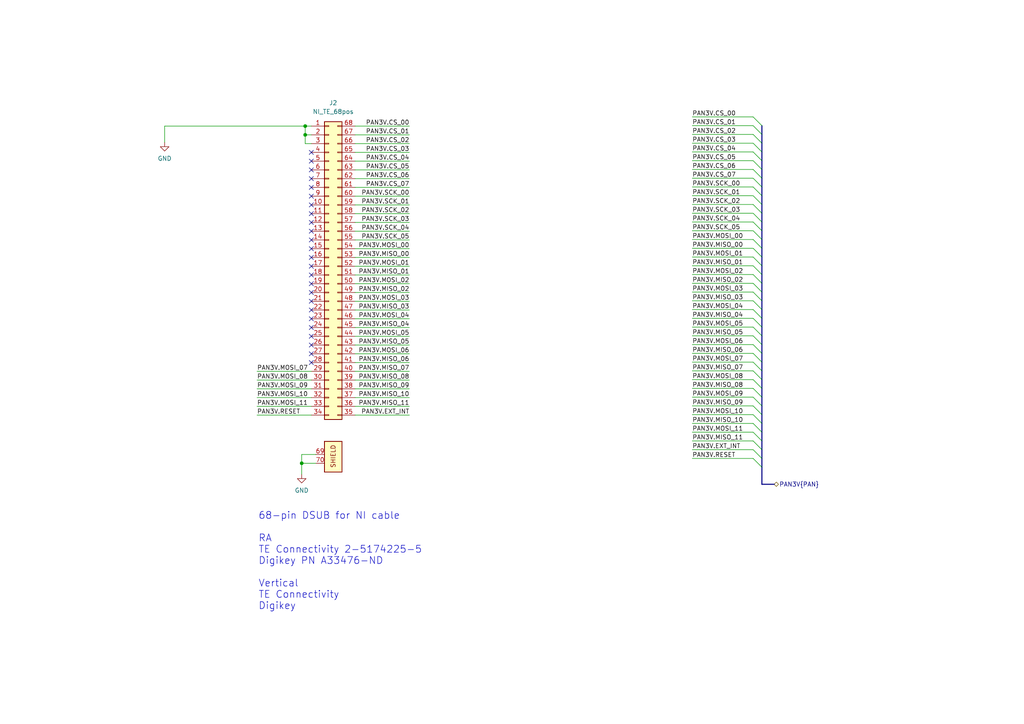
<source format=kicad_sch>
(kicad_sch (version 20230121) (generator eeschema)
  (paper "A4")
  (lib_symbols
    (symbol "arena_custom:NI_TE_68pos_2-5174225-5" (pin_names (offset 1.016) hide)
      (property "Reference" "J" (at 1.27 43.18 0))
      (property "Value" "NI_TE_68pos" (at 1.27 -45.72 0))
      (symbol "NI_TE_68pos_2-5174225-5_1_1"
        (rectangle (start -1.27 -50.8) (end 3.81 -59.69) (stroke (width 0.254)) (fill (type background)))
        (rectangle (start -1.27 -43.053) (end 0 -43.307) (stroke (width 0.1524)))
        (rectangle (start -1.27 -40.513) (end 0 -40.767) (stroke (width 0.1524)))
        (rectangle (start -1.27 -37.973) (end 0 -38.227) (stroke (width 0.1524)))
        (rectangle (start -1.27 -35.433) (end 0 -35.687) (stroke (width 0.1524)))
        (rectangle (start -1.27 -32.893) (end 0 -33.147) (stroke (width 0.1524)))
        (rectangle (start -1.27 -30.353) (end 0 -30.607) (stroke (width 0.1524)))
        (rectangle (start -1.27 -27.813) (end 0 -28.067) (stroke (width 0.1524)))
        (rectangle (start -1.27 -25.273) (end 0 -25.527) (stroke (width 0.1524)))
        (rectangle (start -1.27 -22.733) (end 0 -22.987) (stroke (width 0.1524)))
        (rectangle (start -1.27 -20.193) (end 0 -20.447) (stroke (width 0.1524)))
        (rectangle (start -1.27 -17.653) (end 0 -17.907) (stroke (width 0.1524)))
        (rectangle (start -1.27 -15.113) (end 0 -15.367) (stroke (width 0.1524)))
        (rectangle (start -1.27 -12.573) (end 0 -12.827) (stroke (width 0.1524)))
        (rectangle (start -1.27 -10.033) (end 0 -10.287) (stroke (width 0.1524)))
        (rectangle (start -1.27 -7.493) (end 0 -7.747) (stroke (width 0.1524)))
        (rectangle (start -1.27 -4.953) (end 0 -5.207) (stroke (width 0.1524)))
        (rectangle (start -1.27 -2.413) (end 0 -2.667) (stroke (width 0.1524)))
        (rectangle (start -1.27 0.127) (end 0 -0.127) (stroke (width 0.1524)))
        (rectangle (start -1.27 2.667) (end 0 2.413) (stroke (width 0.1524)))
        (rectangle (start -1.27 5.207) (end 0 4.953) (stroke (width 0.1524)))
        (rectangle (start -1.27 7.747) (end 0 7.493) (stroke (width 0.1524)))
        (rectangle (start -1.27 10.287) (end 0 10.033) (stroke (width 0.1524)))
        (rectangle (start -1.27 12.827) (end 0 12.573) (stroke (width 0.1524)))
        (rectangle (start -1.27 15.367) (end 0 15.113) (stroke (width 0.1524)))
        (rectangle (start -1.27 17.907) (end 0 17.653) (stroke (width 0.1524)))
        (rectangle (start -1.27 20.447) (end 0 20.193) (stroke (width 0.1524)))
        (rectangle (start -1.27 22.987) (end 0 22.733) (stroke (width 0.1524)))
        (rectangle (start -1.27 25.527) (end 0 25.273) (stroke (width 0.1524)))
        (rectangle (start -1.27 28.067) (end 0 27.813) (stroke (width 0.1524)))
        (rectangle (start -1.27 30.607) (end 0 30.353) (stroke (width 0.1524)))
        (rectangle (start -1.27 33.147) (end 0 32.893) (stroke (width 0.1524)))
        (rectangle (start -1.27 35.687) (end 0 35.433) (stroke (width 0.1524)))
        (rectangle (start -1.27 38.227) (end 0 37.973) (stroke (width 0.1524)))
        (rectangle (start -1.27 40.767) (end 0 40.513) (stroke (width 0.1524)))
        (rectangle (start -1.27 41.91) (end 3.81 -44.45) (stroke (width 0.254)) (fill (type background)))
        (rectangle (start 3.81 -43.053) (end 2.54 -43.307) (stroke (width 0.1524)))
        (rectangle (start 3.81 -40.513) (end 2.54 -40.767) (stroke (width 0.1524)))
        (rectangle (start 3.81 -37.973) (end 2.54 -38.227) (stroke (width 0.1524)))
        (rectangle (start 3.81 -35.433) (end 2.54 -35.687) (stroke (width 0.1524)))
        (rectangle (start 3.81 -32.893) (end 2.54 -33.147) (stroke (width 0.1524)))
        (rectangle (start 3.81 -30.353) (end 2.54 -30.607) (stroke (width 0.1524)))
        (rectangle (start 3.81 -27.813) (end 2.54 -28.067) (stroke (width 0.1524)))
        (rectangle (start 3.81 -25.273) (end 2.54 -25.527) (stroke (width 0.1524)))
        (rectangle (start 3.81 -22.733) (end 2.54 -22.987) (stroke (width 0.1524)))
        (rectangle (start 3.81 -20.193) (end 2.54 -20.447) (stroke (width 0.1524)))
        (rectangle (start 3.81 -17.653) (end 2.54 -17.907) (stroke (width 0.1524)))
        (rectangle (start 3.81 -15.113) (end 2.54 -15.367) (stroke (width 0.1524)))
        (rectangle (start 3.81 -12.573) (end 2.54 -12.827) (stroke (width 0.1524)))
        (rectangle (start 3.81 -10.033) (end 2.54 -10.287) (stroke (width 0.1524)))
        (rectangle (start 3.81 -7.493) (end 2.54 -7.747) (stroke (width 0.1524)))
        (rectangle (start 3.81 -4.953) (end 2.54 -5.207) (stroke (width 0.1524)))
        (rectangle (start 3.81 -2.413) (end 2.54 -2.667) (stroke (width 0.1524)))
        (rectangle (start 3.81 0.127) (end 2.54 -0.127) (stroke (width 0.1524)))
        (rectangle (start 3.81 2.667) (end 2.54 2.413) (stroke (width 0.1524)))
        (rectangle (start 3.81 5.207) (end 2.54 4.953) (stroke (width 0.1524)))
        (rectangle (start 3.81 7.747) (end 2.54 7.493) (stroke (width 0.1524)))
        (rectangle (start 3.81 10.287) (end 2.54 10.033) (stroke (width 0.1524)))
        (rectangle (start 3.81 12.827) (end 2.54 12.573) (stroke (width 0.1524)))
        (rectangle (start 3.81 15.367) (end 2.54 15.113) (stroke (width 0.1524)))
        (rectangle (start 3.81 17.907) (end 2.54 17.653) (stroke (width 0.1524)))
        (rectangle (start 3.81 20.447) (end 2.54 20.193) (stroke (width 0.1524)))
        (rectangle (start 3.81 22.987) (end 2.54 22.733) (stroke (width 0.1524)))
        (rectangle (start 3.81 25.527) (end 2.54 25.273) (stroke (width 0.1524)))
        (rectangle (start 3.81 28.067) (end 2.54 27.813) (stroke (width 0.1524)))
        (rectangle (start 3.81 30.607) (end 2.54 30.353) (stroke (width 0.1524)))
        (rectangle (start 3.81 33.147) (end 2.54 32.893) (stroke (width 0.1524)))
        (rectangle (start 3.81 35.687) (end 2.54 35.433) (stroke (width 0.1524)))
        (rectangle (start 3.81 38.227) (end 2.54 37.973) (stroke (width 0.1524)))
        (rectangle (start 3.81 40.767) (end 2.54 40.513) (stroke (width 0.1524)))
        (text "SHIELD" (at 1.27 -55.118 900) (effects (font (size 1.27 1.27))))
        (pin passive line (at -5.08 40.64 0) (length 3.81) (name "Pin_1") (number "1"))
        (pin passive line (at -5.08 17.78 0) (length 3.81) (name "Pin_10") (number "10"))
        (pin passive line (at -5.08 15.24 0) (length 3.81) (name "Pin_11") (number "11"))
        (pin passive line (at -5.08 12.7 0) (length 3.81) (name "Pin_12") (number "12"))
        (pin passive line (at -5.08 10.16 0) (length 3.81) (name "Pin_13") (number "13"))
        (pin passive line (at -5.08 7.62 0) (length 3.81) (name "Pin_14") (number "14"))
        (pin passive line (at -5.08 5.08 0) (length 3.81) (name "Pin_15") (number "15"))
        (pin passive line (at -5.08 2.54 0) (length 3.81) (name "Pin_16") (number "16"))
        (pin passive line (at -5.08 0 0) (length 3.81) (name "Pin_17") (number "17"))
        (pin passive line (at -5.08 -2.54 0) (length 3.81) (name "Pin_18") (number "18"))
        (pin passive line (at -5.08 -5.08 0) (length 3.81) (name "Pin_19") (number "19"))
        (pin passive line (at -5.08 38.1 0) (length 3.81) (name "Pin_2") (number "2"))
        (pin passive line (at -5.08 -7.62 0) (length 3.81) (name "Pin_20") (number "20"))
        (pin passive line (at -5.08 -10.16 0) (length 3.81) (name "Pin_21") (number "21"))
        (pin passive line (at -5.08 -12.7 0) (length 3.81) (name "Pin_22") (number "22"))
        (pin passive line (at -5.08 -15.24 0) (length 3.81) (name "Pin_23") (number "23"))
        (pin passive line (at -5.08 -17.78 0) (length 3.81) (name "Pin_24") (number "24"))
        (pin passive line (at -5.08 -20.32 0) (length 3.81) (name "Pin_25") (number "25"))
        (pin passive line (at -5.08 -22.86 0) (length 3.81) (name "Pin_26") (number "26"))
        (pin passive line (at -5.08 -25.4 0) (length 3.81) (name "Pin_27") (number "27"))
        (pin passive line (at -5.08 -27.94 0) (length 3.81) (name "Pin_28") (number "28"))
        (pin passive line (at -5.08 -30.48 0) (length 3.81) (name "Pin_29") (number "29"))
        (pin passive line (at -5.08 35.56 0) (length 3.81) (name "Pin_3") (number "3"))
        (pin passive line (at -5.08 -33.02 0) (length 3.81) (name "Pin_30") (number "30"))
        (pin passive line (at -5.08 -35.56 0) (length 3.81) (name "Pin_31") (number "31"))
        (pin passive line (at -5.08 -38.1 0) (length 3.81) (name "Pin_32") (number "32"))
        (pin passive line (at -5.08 -40.64 0) (length 3.81) (name "Pin_33") (number "33"))
        (pin passive line (at -5.08 -43.18 0) (length 3.81) (name "Pin_34") (number "34"))
        (pin passive line (at 7.62 -43.18 180) (length 3.81) (name "Pin_35") (number "35"))
        (pin passive line (at 7.62 -40.64 180) (length 3.81) (name "Pin_36") (number "36"))
        (pin passive line (at 7.62 -38.1 180) (length 3.81) (name "Pin_37") (number "37"))
        (pin passive line (at 7.62 -35.56 180) (length 3.81) (name "Pin_38") (number "38"))
        (pin passive line (at 7.62 -33.02 180) (length 3.81) (name "Pin_39") (number "39"))
        (pin passive line (at -5.08 33.02 0) (length 3.81) (name "Pin_4") (number "4"))
        (pin passive line (at 7.62 -30.48 180) (length 3.81) (name "Pin_40") (number "40"))
        (pin passive line (at 7.62 -27.94 180) (length 3.81) (name "Pin_41") (number "41"))
        (pin passive line (at 7.62 -25.4 180) (length 3.81) (name "Pin_42") (number "42"))
        (pin passive line (at 7.62 -22.86 180) (length 3.81) (name "Pin_43") (number "43"))
        (pin passive line (at 7.62 -20.32 180) (length 3.81) (name "Pin_44") (number "44"))
        (pin passive line (at 7.62 -17.78 180) (length 3.81) (name "Pin_45") (number "45"))
        (pin passive line (at 7.62 -15.24 180) (length 3.81) (name "Pin_46") (number "46"))
        (pin passive line (at 7.62 -12.7 180) (length 3.81) (name "Pin_47") (number "47"))
        (pin passive line (at 7.62 -10.16 180) (length 3.81) (name "Pin_48") (number "48"))
        (pin passive line (at 7.62 -7.62 180) (length 3.81) (name "Pin_49") (number "49"))
        (pin passive line (at -5.08 30.48 0) (length 3.81) (name "Pin_5") (number "5"))
        (pin passive line (at 7.62 -5.08 180) (length 3.81) (name "Pin_50") (number "50"))
        (pin passive line (at 7.62 -2.54 180) (length 3.81) (name "Pin_51") (number "51"))
        (pin passive line (at 7.62 0 180) (length 3.81) (name "Pin_52") (number "52"))
        (pin passive line (at 7.62 2.54 180) (length 3.81) (name "Pin_53") (number "53"))
        (pin passive line (at 7.62 5.08 180) (length 3.81) (name "Pin_54") (number "54"))
        (pin passive line (at 7.62 7.62 180) (length 3.81) (name "Pin_55") (number "55"))
        (pin passive line (at 7.62 10.16 180) (length 3.81) (name "Pin_56") (number "56"))
        (pin passive line (at 7.62 12.7 180) (length 3.81) (name "Pin_57") (number "57"))
        (pin passive line (at 7.62 15.24 180) (length 3.81) (name "Pin_58") (number "58"))
        (pin passive line (at 7.62 17.78 180) (length 3.81) (name "Pin_59") (number "59"))
        (pin passive line (at -5.08 27.94 0) (length 3.81) (name "Pin_6") (number "6"))
        (pin passive line (at 7.62 20.32 180) (length 3.81) (name "Pin_60") (number "60"))
        (pin passive line (at 7.62 22.86 180) (length 3.81) (name "Pin_61") (number "61"))
        (pin passive line (at 7.62 25.4 180) (length 3.81) (name "Pin_62") (number "62"))
        (pin passive line (at 7.62 27.94 180) (length 3.81) (name "Pin_63") (number "63"))
        (pin passive line (at 7.62 30.48 180) (length 3.81) (name "Pin_64") (number "64"))
        (pin passive line (at 7.62 33.02 180) (length 3.81) (name "Pin_65") (number "65"))
        (pin passive line (at 7.62 35.56 180) (length 3.81) (name "Pin_66") (number "66"))
        (pin passive line (at 7.62 38.1 180) (length 3.81) (name "Pin_67") (number "67"))
        (pin passive line (at 7.62 40.64 180) (length 3.81) (name "Pin_68") (number "68"))
        (pin input line (at -3.81 -54.61 0) (length 2.54) (name "GND") (number "69"))
        (pin passive line (at -5.08 25.4 0) (length 3.81) (name "Pin_7") (number "7"))
        (pin input line (at -3.81 -57.15 0) (length 2.54) (name "GND") (number "70"))
        (pin passive line (at -5.08 22.86 0) (length 3.81) (name "Pin_8") (number "8"))
        (pin passive line (at -5.08 20.32 0) (length 3.81) (name "Pin_9") (number "9"))
      )
    )
    (symbol "power:GND" (power) (pin_names (offset 0))
      (property "Value" "GND" (at 0 -3.81 0))
      (symbol "GND_0_1"
        (polyline (pts (xy 0 0) (xy 0 -1.27) (xy 1.27 -1.27) (xy 0 -2.54) (xy -1.27 -1.27) (xy 0 -1.27)))
      )
      (symbol "GND_1_1"
        (pin power_in line (at 0 0 270) (length 0) hide (name "GND") (number "1"))
      )
    )
  )
  (junction (at 87.503 134.366))
  (junction (at 88.519 36.576))
  (junction (at 88.519 39.116))
  (no_connect (at 90.297 51.816))
  (no_connect (at 90.297 77.216))
  (no_connect (at 90.297 89.916))
  (no_connect (at 90.297 56.896))
  (no_connect (at 90.297 59.436))
  (no_connect (at 90.297 54.356))
  (no_connect (at 90.297 46.736))
  (no_connect (at 90.297 69.596))
  (no_connect (at 90.297 44.196))
  (no_connect (at 90.297 49.276))
  (no_connect (at 90.297 64.516))
  (no_connect (at 90.297 67.056))
  (no_connect (at 90.297 100.076))
  (no_connect (at 90.297 102.616))
  (no_connect (at 90.297 94.996))
  (no_connect (at 90.297 92.456))
  (no_connect (at 90.297 84.836))
  (no_connect (at 90.297 82.296))
  (no_connect (at 90.297 87.376))
  (no_connect (at 90.297 74.676))
  (no_connect (at 90.297 72.136))
  (no_connect (at 90.297 97.536))
  (no_connect (at 90.297 79.756))
  (no_connect (at 90.297 61.976))
  (no_connect (at 90.297 105.156))
  (bus_entry (at 218.44 112.649) (size 2.54 2.54))
  (bus_entry (at 218.44 130.429) (size 2.54 2.54))
  (bus_entry (at 220.98 87.249) (size -2.54 -2.54))
  (bus_entry (at 218.44 117.729) (size 2.54 2.54))
  (bus_entry (at 218.44 127.889) (size 2.54 2.54))
  (bus_entry (at 220.98 49.149) (size -2.54 -2.54))
  (bus_entry (at 220.98 54.229) (size -2.54 -2.54))
  (bus_entry (at 220.98 61.849) (size -2.54 -2.54))
  (bus_entry (at 220.98 89.789) (size -2.54 -2.54))
  (bus_entry (at 220.98 84.709) (size -2.54 -2.54))
  (bus_entry (at 218.44 92.329) (size 2.54 2.54))
  (bus_entry (at 218.44 105.029) (size 2.54 2.54))
  (bus_entry (at 218.44 120.269) (size 2.54 2.54))
  (bus_entry (at 220.98 46.609) (size -2.54 -2.54))
  (bus_entry (at 220.98 56.769) (size -2.54 -2.54))
  (bus_entry (at 220.98 36.449) (size -2.54 -2.54))
  (bus_entry (at 220.98 69.469) (size -2.54 -2.54))
  (bus_entry (at 218.44 89.789) (size 2.54 2.54))
  (bus_entry (at 218.44 102.489) (size 2.54 2.54))
  (bus_entry (at 218.44 94.869) (size 2.54 2.54))
  (bus_entry (at 220.98 44.069) (size -2.54 -2.54))
  (bus_entry (at 218.44 122.809) (size 2.54 2.54))
  (bus_entry (at 220.98 38.989) (size -2.54 -2.54))
  (bus_entry (at 218.44 110.109) (size 2.54 2.54))
  (bus_entry (at 220.98 66.929) (size -2.54 -2.54))
  (bus_entry (at 220.98 82.169) (size -2.54 -2.54))
  (bus_entry (at 220.98 59.309) (size -2.54 -2.54))
  (bus_entry (at 218.44 132.969) (size 2.54 2.54))
  (bus_entry (at 220.98 79.629) (size -2.54 -2.54))
  (bus_entry (at 220.98 77.089) (size -2.54 -2.54))
  (bus_entry (at 220.98 51.689) (size -2.54 -2.54))
  (bus_entry (at 220.98 64.389) (size -2.54 -2.54))
  (bus_entry (at 220.98 74.549) (size -2.54 -2.54))
  (bus_entry (at 218.44 115.189) (size 2.54 2.54))
  (bus_entry (at 218.44 99.949) (size 2.54 2.54))
  (bus_entry (at 220.98 72.009) (size -2.54 -2.54))
  (bus_entry (at 220.98 41.529) (size -2.54 -2.54))
  (bus_entry (at 218.44 107.569) (size 2.54 2.54))
  (bus_entry (at 218.44 125.349) (size 2.54 2.54))
  (bus_entry (at 218.44 97.409) (size 2.54 2.54))
  (bus (pts (xy 220.98 115.189) (xy 220.98 117.729)))
  (wire (pts (xy 102.997 64.516) (xy 118.745 64.516)))
  (wire (pts (xy 102.997 56.896) (xy 118.745 56.896)))
  (wire (pts (xy 200.787 97.409) (xy 218.44 97.409)))
  (bus (pts (xy 220.98 51.689) (xy 220.98 54.229)))
  (bus (pts (xy 220.98 64.389) (xy 220.98 66.929)))
  (wire (pts (xy 200.787 102.489) (xy 218.44 102.489)))
  (wire (pts (xy 102.997 69.596) (xy 118.745 69.596)))
  (wire (pts (xy 47.752 36.576) (xy 88.519 36.576)))
  (wire (pts (xy 90.297 112.776) (xy 74.549 112.776)))
  (wire (pts (xy 218.44 79.629) (xy 200.787 79.629)))
  (bus (pts (xy 220.98 84.709) (xy 220.98 87.249)))
  (wire (pts (xy 218.44 54.229) (xy 200.787 54.229)))
  (wire (pts (xy 102.997 74.676) (xy 118.745 74.676)))
  (wire (pts (xy 102.997 102.616) (xy 118.745 102.616)))
  (wire (pts (xy 102.997 72.136) (xy 118.745 72.136)))
  (wire (pts (xy 102.997 105.156) (xy 118.745 105.156)))
  (wire (pts (xy 218.44 72.009) (xy 200.787 72.009)))
  (wire (pts (xy 218.44 89.789) (xy 200.787 89.789)))
  (wire (pts (xy 102.997 51.816) (xy 118.745 51.816)))
  (wire (pts (xy 200.787 99.949) (xy 218.44 99.949)))
  (wire (pts (xy 102.997 59.436) (xy 118.745 59.436)))
  (wire (pts (xy 88.519 36.576) (xy 90.297 36.576)))
  (bus (pts (xy 220.98 44.069) (xy 220.98 46.609)))
  (bus (pts (xy 220.98 72.009) (xy 220.98 74.549)))
  (wire (pts (xy 218.44 61.849) (xy 200.787 61.849)))
  (bus (pts (xy 220.98 56.769) (xy 220.98 59.309)))
  (wire (pts (xy 200.787 94.869) (xy 218.44 94.869)))
  (wire (pts (xy 200.787 92.329) (xy 218.44 92.329)))
  (wire (pts (xy 218.44 49.149) (xy 200.787 49.149)))
  (wire (pts (xy 200.787 105.029) (xy 218.44 105.029)))
  (wire (pts (xy 91.567 131.826) (xy 87.503 131.826)))
  (wire (pts (xy 218.44 46.609) (xy 200.787 46.609)))
  (bus (pts (xy 220.98 79.629) (xy 220.98 82.169)))
  (wire (pts (xy 88.519 39.116) (xy 88.519 41.656)))
  (bus (pts (xy 220.98 69.469) (xy 220.98 72.009)))
  (wire (pts (xy 200.787 122.809) (xy 218.44 122.809)))
  (wire (pts (xy 102.997 79.756) (xy 118.745 79.756)))
  (wire (pts (xy 102.997 117.856) (xy 118.745 117.856)))
  (wire (pts (xy 200.787 117.729) (xy 218.44 117.729)))
  (wire (pts (xy 102.997 94.996) (xy 118.745 94.996)))
  (bus (pts (xy 220.98 125.349) (xy 220.98 127.889)))
  (wire (pts (xy 218.44 44.069) (xy 200.787 44.069)))
  (wire (pts (xy 218.44 77.089) (xy 200.787 77.089)))
  (bus (pts (xy 220.98 117.729) (xy 220.98 120.269)))
  (wire (pts (xy 218.44 69.469) (xy 200.787 69.469)))
  (wire (pts (xy 102.997 67.056) (xy 118.745 67.056)))
  (wire (pts (xy 47.752 36.576) (xy 47.752 41.275)))
  (wire (pts (xy 218.44 59.309) (xy 200.787 59.309)))
  (wire (pts (xy 200.787 125.349) (xy 218.44 125.349)))
  (bus (pts (xy 220.98 122.809) (xy 220.98 125.349)))
  (bus (pts (xy 220.98 77.089) (xy 220.98 79.629)))
  (wire (pts (xy 200.787 107.569) (xy 218.44 107.569)))
  (wire (pts (xy 88.519 36.576) (xy 88.519 39.116)))
  (bus (pts (xy 220.98 66.929) (xy 220.98 69.469)))
  (wire (pts (xy 200.787 110.109) (xy 218.44 110.109)))
  (wire (pts (xy 218.44 38.989) (xy 200.787 38.989)))
  (wire (pts (xy 102.997 115.316) (xy 118.745 115.316)))
  (wire (pts (xy 218.44 87.249) (xy 200.787 87.249)))
  (bus (pts (xy 220.98 92.329) (xy 220.98 94.869)))
  (bus (pts (xy 220.98 54.229) (xy 220.98 56.769)))
  (wire (pts (xy 102.997 61.976) (xy 118.745 61.976)))
  (wire (pts (xy 218.44 82.169) (xy 200.787 82.169)))
  (wire (pts (xy 88.519 39.116) (xy 90.297 39.116)))
  (wire (pts (xy 218.44 64.389) (xy 200.787 64.389)))
  (wire (pts (xy 102.997 89.916) (xy 118.745 89.916)))
  (wire (pts (xy 102.997 77.216) (xy 118.745 77.216)))
  (wire (pts (xy 102.997 107.696) (xy 118.745 107.696)))
  (wire (pts (xy 218.44 41.529) (xy 200.787 41.529)))
  (bus (pts (xy 220.98 107.569) (xy 220.98 110.109)))
  (bus (pts (xy 220.98 102.489) (xy 220.98 105.029)))
  (wire (pts (xy 88.519 41.656) (xy 90.297 41.656)))
  (bus (pts (xy 220.98 59.309) (xy 220.98 61.849)))
  (bus (pts (xy 220.98 110.109) (xy 220.98 112.649)))
  (bus (pts (xy 220.98 140.462) (xy 224.536 140.462)))
  (bus (pts (xy 220.98 87.249) (xy 220.98 89.789)))
  (wire (pts (xy 91.567 134.366) (xy 87.503 134.366)))
  (wire (pts (xy 102.997 82.296) (xy 118.745 82.296)))
  (bus (pts (xy 220.98 132.969) (xy 220.98 135.509)))
  (wire (pts (xy 102.997 54.356) (xy 118.745 54.356)))
  (wire (pts (xy 90.297 115.316) (xy 74.549 115.316)))
  (wire (pts (xy 102.997 97.536) (xy 118.745 97.536)))
  (wire (pts (xy 200.787 130.429) (xy 218.44 130.429)))
  (wire (pts (xy 200.787 120.269) (xy 218.44 120.269)))
  (bus (pts (xy 220.98 127.889) (xy 220.98 130.429)))
  (wire (pts (xy 90.297 120.396) (xy 74.549 120.396)))
  (wire (pts (xy 200.787 112.649) (xy 218.44 112.649)))
  (wire (pts (xy 218.44 84.709) (xy 200.787 84.709)))
  (wire (pts (xy 87.503 134.366) (xy 87.503 137.541)))
  (wire (pts (xy 102.997 39.116) (xy 118.745 39.116)))
  (wire (pts (xy 218.44 33.909) (xy 200.787 33.909)))
  (wire (pts (xy 200.787 132.969) (xy 218.44 132.969)))
  (bus (pts (xy 220.98 97.409) (xy 220.98 99.949)))
  (wire (pts (xy 102.997 46.736) (xy 118.745 46.736)))
  (bus (pts (xy 220.98 49.149) (xy 220.98 51.689)))
  (bus (pts (xy 220.98 135.509) (xy 220.98 140.462)))
  (bus (pts (xy 220.98 120.269) (xy 220.98 122.809)))
  (wire (pts (xy 102.997 41.656) (xy 118.745 41.656)))
  (bus (pts (xy 220.98 46.609) (xy 220.98 49.149)))
  (wire (pts (xy 218.44 36.449) (xy 200.787 36.449)))
  (wire (pts (xy 102.997 112.776) (xy 118.745 112.776)))
  (bus (pts (xy 220.98 41.529) (xy 220.98 44.069)))
  (wire (pts (xy 90.297 107.696) (xy 74.549 107.696)))
  (wire (pts (xy 218.44 56.769) (xy 200.787 56.769)))
  (bus (pts (xy 220.98 94.869) (xy 220.98 97.409)))
  (wire (pts (xy 102.997 100.076) (xy 118.745 100.076)))
  (wire (pts (xy 87.503 131.826) (xy 87.503 134.366)))
  (bus (pts (xy 220.98 82.169) (xy 220.98 84.709)))
  (wire (pts (xy 102.997 44.196) (xy 118.745 44.196)))
  (wire (pts (xy 102.997 84.836) (xy 118.745 84.836)))
  (bus (pts (xy 220.98 99.949) (xy 220.98 102.489)))
  (wire (pts (xy 102.997 49.276) (xy 118.745 49.276)))
  (wire (pts (xy 90.297 117.856) (xy 74.549 117.856)))
  (wire (pts (xy 200.787 115.189) (xy 218.44 115.189)))
  (bus (pts (xy 220.98 105.029) (xy 220.98 107.569)))
  (wire (pts (xy 102.997 87.376) (xy 118.745 87.376)))
  (bus (pts (xy 220.98 38.989) (xy 220.98 41.529)))
  (wire (pts (xy 90.297 110.236) (xy 74.549 110.236)))
  (wire (pts (xy 218.44 51.689) (xy 200.787 51.689)))
  (bus (pts (xy 220.98 74.549) (xy 220.98 77.089)))
  (wire (pts (xy 102.997 110.236) (xy 118.745 110.236)))
  (wire (pts (xy 102.997 92.456) (xy 118.745 92.456)))
  (bus (pts (xy 220.98 36.449) (xy 220.98 38.989)))
  (bus (pts (xy 220.98 112.649) (xy 220.98 115.189)))
  (wire (pts (xy 102.997 120.396) (xy 118.745 120.396)))
  (wire (pts (xy 200.787 127.889) (xy 218.44 127.889)))
  (bus (pts (xy 220.98 61.849) (xy 220.98 64.389)))
  (wire (pts (xy 200.787 66.929) (xy 218.44 66.929)))
  (bus (pts (xy 220.98 130.429) (xy 220.98 132.969)))
  (bus (pts (xy 220.98 89.789) (xy 220.98 92.329)))
  (wire (pts (xy 218.44 74.549) (xy 200.787 74.549)))
  (wire (pts (xy 102.997 36.576) (xy 118.745 36.576)))
  (text "68-pin DSUB for NI cable  \n\nRA\nTE Connectivity 2-5174225-5\nDigikey PN A33476-ND\n\nVertical\nTE Connectivity \nDigikey " (at 74.93 177.038 0) (effects (font (size 2.032 2.032)) (justify left bottom)))
  (label "PAN3V.CS_01" (at 200.787 36.449 0))
  (label "PAN3V.RESET" (at 74.549 120.396 0))
  (label "PAN3V.MISO_11" (at 200.787 127.889 0))
  (label "PAN3V.RESET" (at 200.787 132.969 0))
  (label "PAN3V.MOSI_07" (at 74.549 107.696 0))
  (label "PAN3V.CS_02" (at 200.787 38.989 0))
  (label "PAN3V.MOSI_02" (at 200.787 79.629 0))
  (label "PAN3V.MOSI_01" (at 118.745 77.216 180))
  (label "PAN3V.MOSI_03" (at 118.745 87.376 180))
  (label "PAN3V.CS_03" (at 118.745 44.196 180))
  (label "PAN3V.MOSI_05" (at 118.745 97.536 180))
  (label "PAN3V.MISO_04" (at 200.787 92.329 0))
  (label "PAN3V.MOSI_08" (at 74.549 110.236 0))
  (label "PAN3V.CS_04" (at 200.787 44.069 0))
  (label "PAN3V.SCK_00" (at 118.745 56.896 180))
  (label "PAN3V.MISO_03" (at 118.745 89.916 180))
  (label "PAN3V.MISO_06" (at 200.787 102.489 0))
  (label "PAN3V.MOSI_00" (at 118.745 72.136 180))
  (label "PAN3V.MISO_08" (at 200.787 112.649 0))
  (label "PAN3V.MOSI_03" (at 200.787 84.709 0))
  (label "PAN3V.MISO_10" (at 200.787 122.809 0))
  (label "PAN3V.MISO_02" (at 200.787 82.169 0))
  (label "PAN3V.MISO_01" (at 200.787 77.089 0))
  (label "PAN3V.SCK_05" (at 118.745 69.596 180))
  (label "PAN3V.MOSI_00" (at 200.787 69.469 0))
  (label "PAN3V.EXT_INT" (at 200.787 130.429 0))
  (label "PAN3V.CS_05" (at 200.787 46.609 0))
  (label "PAN3V.MISO_05" (at 200.787 97.409 0))
  (label "PAN3V.SCK_04" (at 118.745 67.056 180))
  (label "PAN3V.CS_05" (at 118.745 49.276 180))
  (label "PAN3V.CS_03" (at 200.787 41.529 0))
  (label "PAN3V.MOSI_11" (at 74.549 117.856 0))
  (label "PAN3V.SCK_03" (at 118.745 64.516 180))
  (label "PAN3V.CS_04" (at 118.745 46.736 180))
  (label "PAN3V.SCK_01" (at 200.787 56.769 0))
  (label "PAN3V.SCK_02" (at 200.787 59.309 0))
  (label "PAN3V.CS_00" (at 200.787 33.909 0))
  (label "PAN3V.MOSI_04" (at 118.745 92.456 180))
  (label "PAN3V.MISO_01" (at 118.745 79.756 180))
  (label "PAN3V.CS_01" (at 118.745 39.116 180))
  (label "PAN3V.CS_02" (at 118.745 41.656 180))
  (label "PAN3V.MISO_10" (at 118.745 115.316 180))
  (label "PAN3V.MISO_11" (at 118.745 117.856 180))
  (label "PAN3V.MOSI_10" (at 200.787 120.269 0))
  (label "PAN3V.CS_06" (at 118.745 51.816 180))
  (label "PAN3V.EXT_INT" (at 118.745 120.396 180))
  (label "PAN3V.MOSI_04" (at 200.787 89.789 0))
  (label "PAN3V.MISO_04" (at 118.745 94.996 180))
  (label "PAN3V.MOSI_06" (at 200.787 99.949 0))
  (label "PAN3V.MISO_07" (at 200.787 107.569 0))
  (label "PAN3V.CS_06" (at 200.787 49.149 0))
  (label "PAN3V.MOSI_10" (at 74.549 115.316 0))
  (label "PAN3V.MISO_09" (at 200.787 117.729 0))
  (label "PAN3V.MOSI_06" (at 118.745 102.616 180))
  (label "PAN3V.SCK_03" (at 200.787 61.849 0))
  (label "PAN3V.MISO_09" (at 118.745 112.776 180))
  (label "PAN3V.SCK_04" (at 200.787 64.389 0))
  (label "PAN3V.MISO_05" (at 118.745 100.076 180))
  (label "PAN3V.MOSI_09" (at 74.549 112.776 0))
  (label "PAN3V.MISO_06" (at 118.745 105.156 180))
  (label "PAN3V.MISO_02" (at 118.745 84.836 180))
  (label "PAN3V.CS_07" (at 200.787 51.689 0))
  (label "PAN3V.MISO_07" (at 118.745 107.696 180))
  (label "PAN3V.MISO_00" (at 118.745 74.676 180))
  (label "PAN3V.SCK_00" (at 200.787 54.229 0))
  (label "PAN3V.MOSI_11" (at 200.787 125.349 0))
  (label "PAN3V.SCK_05" (at 200.787 66.929 0))
  (label "PAN3V.MOSI_02" (at 118.745 82.296 180))
  (label "PAN3V.MOSI_01" (at 200.787 74.549 0))
  (label "PAN3V.CS_07" (at 118.745 54.356 180))
  (label "PAN3V.CS_00" (at 118.745 36.576 180))
  (label "PAN3V.SCK_02" (at 118.745 61.976 180))
  (label "PAN3V.MOSI_07" (at 200.787 105.029 0))
  (label "PAN3V.SCK_01" (at 118.745 59.436 180))
  (label "PAN3V.MISO_08" (at 118.745 110.236 180))
  (label "PAN3V.MOSI_08" (at 200.787 110.109 0))
  (label "PAN3V.MOSI_05" (at 200.787 94.869 0))
  (label "PAN3V.MISO_03" (at 200.787 87.249 0))
  (label "PAN3V.MOSI_09" (at 200.787 115.189 0))
  (label "PAN3V.MISO_00" (at 200.787 72.009 0))
  (hierarchical_label "PAN3V{PAN}" (shape bidirectional) (at 224.536 140.462 0))
  (symbol (lib_id "arena_custom:NI_TE_68pos_2-5174225-5") (at 95.377 77.216 0) (unit 1)
    (property "Reference" "J2" (at 96.647 29.845 0))
    (property "Value" "NI_TE_68pos" (at 96.647 32.385 0))
    (property "Footprint" "arena_custom:TE_CONN_DSUB_VERT_68" (effects hide))
  )
  (symbol (lib_id "power:GND") (at 47.752 41.275 0) (unit 1)
    (property "Reference" "#PWR05" (effects hide))
    (property "Value" "GND" (at 47.752 45.974 0))
  )
  (symbol (lib_id "power:GND") (at 87.503 137.541 0) (unit 1)
    (property "Reference" "#PWR01" (effects hide))
    (property "Value" "GND" (at 87.503 142.24 0))
  )
)
</source>
